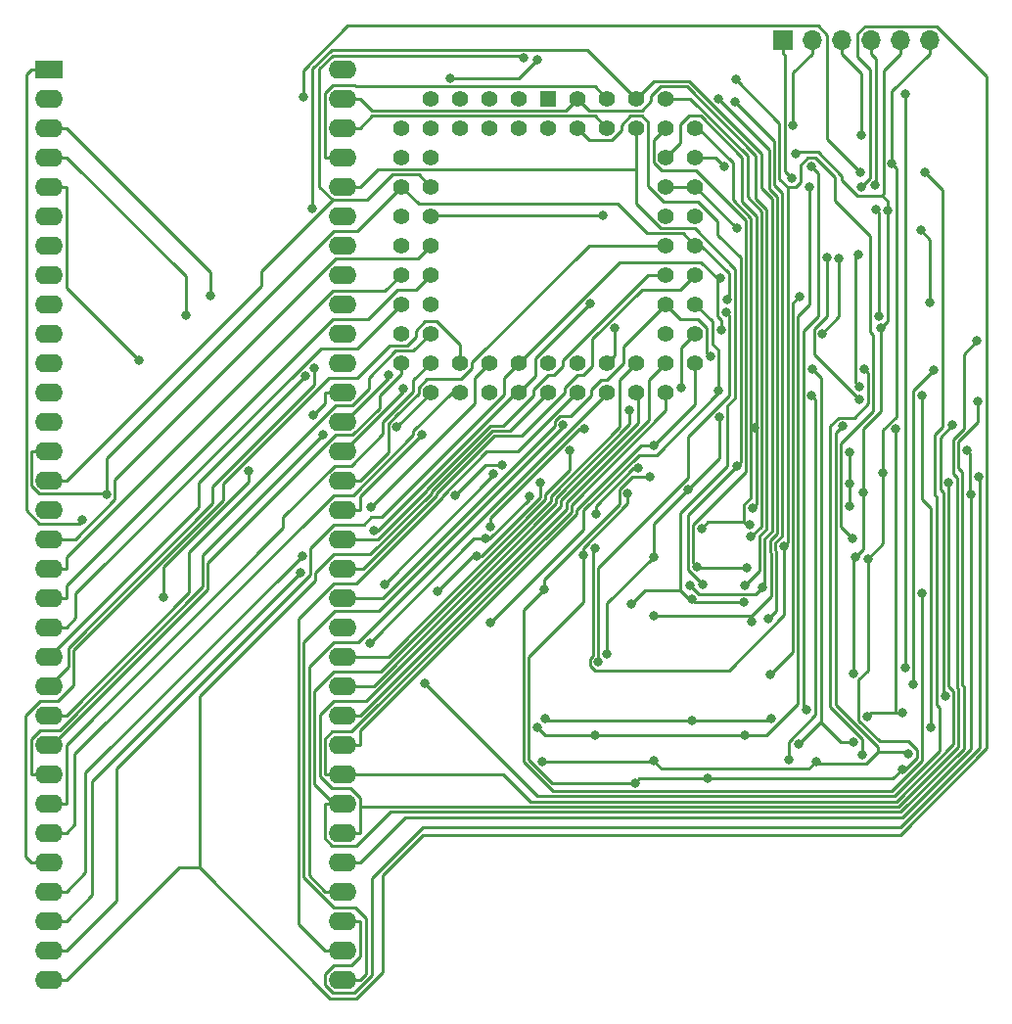
<source format=gbl>
G04 #@! TF.GenerationSoftware,KiCad,Pcbnew,(5.1.2-1)-1*
G04 #@! TF.CreationDate,2019-06-03T00:06:23+01:00*
G04 #@! TF.ProjectId,A500 FastRAM,41353030-2046-4617-9374-52414d2e6b69,rev?*
G04 #@! TF.SameCoordinates,Original*
G04 #@! TF.FileFunction,Copper,L2,Bot*
G04 #@! TF.FilePolarity,Positive*
%FSLAX46Y46*%
G04 Gerber Fmt 4.6, Leading zero omitted, Abs format (unit mm)*
G04 Created by KiCad (PCBNEW (5.1.2-1)-1) date 2019-06-03 00:06:23*
%MOMM*%
%LPD*%
G04 APERTURE LIST*
%ADD10R,2.400000X1.600000*%
%ADD11O,2.400000X1.600000*%
%ADD12C,1.422400*%
%ADD13R,1.422400X1.422400*%
%ADD14R,1.700000X1.700000*%
%ADD15O,1.700000X1.700000*%
%ADD16C,0.800000*%
%ADD17C,0.250000*%
G04 APERTURE END LIST*
D10*
X120650000Y-35560000D03*
D11*
X120650000Y-38100000D03*
X120650000Y-40640000D03*
X120650000Y-43180000D03*
X120650000Y-45720000D03*
X120650000Y-48260000D03*
X120650000Y-50800000D03*
X120650000Y-53340000D03*
X120650000Y-55880000D03*
X120650000Y-58420000D03*
X120650000Y-60960000D03*
X120650000Y-63500000D03*
X120650000Y-66040000D03*
X120650000Y-68580000D03*
X120650000Y-71120000D03*
X120650000Y-73660000D03*
X120650000Y-76200000D03*
X120650000Y-78740000D03*
X120650000Y-81280000D03*
X120650000Y-83820000D03*
X120650000Y-86360000D03*
X120650000Y-88900000D03*
X120650000Y-91440000D03*
X120650000Y-93980000D03*
X120650000Y-96520000D03*
X120650000Y-99060000D03*
X120650000Y-101600000D03*
X120650000Y-104140000D03*
X120650000Y-106680000D03*
X120650000Y-109220000D03*
X120650000Y-111760000D03*
X120650000Y-114300000D03*
X146050000Y-114300000D03*
X146050000Y-111760000D03*
X146050000Y-109220000D03*
X146050000Y-106680000D03*
X146050000Y-104140000D03*
X146050000Y-101600000D03*
X146050000Y-99060000D03*
X146050000Y-96520000D03*
X146050000Y-93980000D03*
X146050000Y-91440000D03*
X146050000Y-88900000D03*
X146050000Y-86360000D03*
X146050000Y-83820000D03*
X146050000Y-81280000D03*
X146050000Y-78740000D03*
X146050000Y-76200000D03*
X146050000Y-73660000D03*
X146050000Y-71120000D03*
X146050000Y-68580000D03*
X146050000Y-66040000D03*
X146050000Y-63500000D03*
X146050000Y-60960000D03*
X146050000Y-58420000D03*
X146050000Y-55880000D03*
X146050000Y-53340000D03*
X146050000Y-50800000D03*
X146050000Y-48260000D03*
X146050000Y-45720000D03*
X146050000Y-43180000D03*
X146050000Y-40640000D03*
X146050000Y-38100000D03*
X146050000Y-35560000D03*
D12*
X163830000Y-40640000D03*
X161290000Y-40640000D03*
X158750000Y-40640000D03*
X156210000Y-40640000D03*
X166370000Y-40640000D03*
X168910000Y-40640000D03*
X171450000Y-40640000D03*
X173990000Y-40640000D03*
D13*
X163830000Y-38100000D03*
D12*
X161290000Y-38100000D03*
X158750000Y-38100000D03*
X156210000Y-38100000D03*
X153670000Y-38100000D03*
X166370000Y-38100000D03*
X168910000Y-38100000D03*
X171450000Y-38100000D03*
X153670000Y-40640000D03*
X153670000Y-43180000D03*
X153670000Y-45720000D03*
X153670000Y-48260000D03*
X153670000Y-50800000D03*
X153670000Y-53340000D03*
X153670000Y-55880000D03*
X153670000Y-58420000D03*
X151130000Y-40640000D03*
X151130000Y-43180000D03*
X151130000Y-45720000D03*
X151130000Y-48260000D03*
X151130000Y-50800000D03*
X151130000Y-53340000D03*
X151130000Y-55880000D03*
X151130000Y-58420000D03*
X151130000Y-60960000D03*
X153670000Y-60960000D03*
X156210000Y-60960000D03*
X158750000Y-60960000D03*
X161290000Y-60960000D03*
X163830000Y-60960000D03*
X166370000Y-60960000D03*
X168910000Y-60960000D03*
X171450000Y-60960000D03*
X176530000Y-60960000D03*
X153670000Y-63500000D03*
X156210000Y-63500000D03*
X158750000Y-63500000D03*
X161290000Y-63500000D03*
X163830000Y-63500000D03*
X166370000Y-63500000D03*
X168910000Y-63500000D03*
X171450000Y-63500000D03*
X173990000Y-63500000D03*
X173990000Y-60960000D03*
X173990000Y-58420000D03*
X173990000Y-55880000D03*
X173990000Y-53340000D03*
X173990000Y-50800000D03*
X173990000Y-48260000D03*
X173990000Y-45720000D03*
X173990000Y-43180000D03*
X173990000Y-38100000D03*
X176530000Y-58420000D03*
X176530000Y-55880000D03*
X176530000Y-53340000D03*
X176530000Y-50800000D03*
X176530000Y-48260000D03*
X176530000Y-45720000D03*
X176530000Y-43180000D03*
X176530000Y-40640000D03*
D14*
X184150000Y-33020000D03*
D15*
X186690000Y-33020000D03*
X189230000Y-33020000D03*
X191770000Y-33020000D03*
X194310000Y-33020000D03*
X196850000Y-33020000D03*
D16*
X190228800Y-87785600D03*
X190395400Y-77763000D03*
X185279600Y-42850000D03*
X178638600Y-65674400D03*
X175941600Y-71919300D03*
X168932400Y-86166900D03*
X172983500Y-77712100D03*
X191124100Y-72146500D03*
X168582000Y-48230500D03*
X193211700Y-47743500D03*
X192645800Y-57918400D03*
X163145500Y-71293000D03*
X154261400Y-80725700D03*
X180152900Y-49342400D03*
X143507300Y-65509500D03*
X157609000Y-77640900D03*
X170712500Y-72214700D03*
X194450700Y-96099300D03*
X177605100Y-96909700D03*
X171380600Y-97268800D03*
X166855100Y-77623000D03*
X192807900Y-70472200D03*
X193571700Y-43740600D03*
X191489500Y-77893700D03*
X192107400Y-45615600D03*
X190942600Y-41250000D03*
X184886700Y-44968600D03*
X185020700Y-40450000D03*
X123544200Y-74571400D03*
X190743600Y-63002900D03*
X190687100Y-51594300D03*
X165122900Y-66321500D03*
X190159300Y-76157000D03*
X180092500Y-36459100D03*
X167913200Y-76965300D03*
X184236500Y-76828100D03*
X187554300Y-58411000D03*
X189012000Y-51942500D03*
X134648400Y-55141200D03*
X201055400Y-70783700D03*
X167934400Y-74026200D03*
X171655800Y-70068300D03*
X159817500Y-69816200D03*
X155760200Y-72440500D03*
X132481600Y-56827900D03*
X189925400Y-73355400D03*
X189925400Y-71415200D03*
X189885400Y-68662100D03*
X162220200Y-72468600D03*
X148404500Y-85184300D03*
X130554700Y-81188900D03*
X137939500Y-70270400D03*
X128413300Y-60744200D03*
X158382500Y-76182000D03*
X200058600Y-68508500D03*
X200396300Y-72342500D03*
X169592700Y-57977800D03*
X200929700Y-59055000D03*
X200995900Y-64320000D03*
X198480900Y-71296900D03*
X172976100Y-68121700D03*
X170896500Y-65065900D03*
X175337000Y-63110600D03*
X190772500Y-64136100D03*
X187965200Y-51824600D03*
X165661400Y-68558700D03*
X158822200Y-83454900D03*
X178589700Y-63330300D03*
X177847900Y-60378900D03*
X161748300Y-34591100D03*
X151311000Y-63194000D03*
X149997500Y-62010100D03*
X179070000Y-43973700D03*
X181483100Y-73545900D03*
X177120100Y-75262200D03*
X181240300Y-74996600D03*
X158837800Y-75087400D03*
X166933600Y-66627000D03*
X181664100Y-66577000D03*
X181383300Y-75997000D03*
X180986300Y-78645200D03*
X176699000Y-78581000D03*
X143399400Y-47581600D03*
X176074300Y-80181900D03*
X182380500Y-80350300D03*
X180752200Y-81685100D03*
X171057400Y-81804500D03*
X176257600Y-81391000D03*
X142545700Y-77640500D03*
X148504400Y-73398100D03*
X182876200Y-83105500D03*
X180001300Y-38384500D03*
X167486000Y-55839700D03*
X142400200Y-79129400D03*
X148740700Y-75504600D03*
X172947000Y-82820000D03*
X178566300Y-38118900D03*
X181425500Y-83335700D03*
X178798600Y-58139500D03*
X178746700Y-53588100D03*
X180835100Y-80232000D03*
X190883100Y-45758200D03*
X196201300Y-80923000D03*
X163504100Y-80547400D03*
X172661600Y-70811100D03*
X177172000Y-80113400D03*
X149656800Y-80092000D03*
X159123400Y-70577100D03*
X180132200Y-69883200D03*
X192439100Y-56918000D03*
X192211300Y-47702700D03*
X155334400Y-36335000D03*
X162901800Y-34740000D03*
X142619100Y-37956700D03*
X190819400Y-44486900D03*
X194692100Y-87336200D03*
X194692100Y-37674700D03*
X153119200Y-88698100D03*
X196384000Y-44450000D03*
X168179700Y-86829000D03*
X179197000Y-56620700D03*
X185567300Y-55194300D03*
X183066600Y-87900000D03*
X125621300Y-72364100D03*
X152886400Y-67166900D03*
X179294300Y-55489200D03*
X196052800Y-49508600D03*
X196878800Y-55721900D03*
X187018900Y-95411400D03*
X194997200Y-94798800D03*
X189307900Y-66414000D03*
X163332900Y-95411800D03*
X172994400Y-95401900D03*
X186687700Y-61506600D03*
X185532800Y-93885700D03*
X190271800Y-93772000D03*
X190984900Y-94885000D03*
X191136700Y-61463300D03*
X184626000Y-95312400D03*
X186629700Y-63799800D03*
X191438300Y-91576600D03*
X194508100Y-91241900D03*
X176235000Y-91866400D03*
X163586300Y-91709400D03*
X193908100Y-66695500D03*
X183106900Y-91705400D03*
X195417600Y-88782100D03*
X197220900Y-61595000D03*
X196926700Y-92487200D03*
X196154800Y-63781400D03*
X198163100Y-89805000D03*
X198823800Y-66343200D03*
X186211200Y-90980100D03*
X186602000Y-43968200D03*
X186466200Y-45722400D03*
X180832600Y-93134200D03*
X162882500Y-92482200D03*
X167930200Y-93134200D03*
X142813900Y-62100900D03*
X143569800Y-61420300D03*
X144343900Y-67165300D03*
X150725100Y-66524000D03*
D17*
X191124100Y-72146500D02*
X191124100Y-66647500D01*
X191124100Y-66647500D02*
X192645800Y-65125800D01*
X192645800Y-65125800D02*
X192645800Y-57918400D01*
X190395400Y-77763000D02*
X191124100Y-77034300D01*
X191124100Y-77034300D02*
X191124100Y-72146500D01*
X192729300Y-46493400D02*
X190592400Y-46493400D01*
X190592400Y-46493400D02*
X189216000Y-45117000D01*
X189216000Y-45117000D02*
X189216000Y-44798600D01*
X189216000Y-44798600D02*
X187154700Y-42737300D01*
X187154700Y-42737300D02*
X185392300Y-42737300D01*
X185392300Y-42737300D02*
X185279600Y-42850000D01*
X190395400Y-77763000D02*
X190228800Y-77929600D01*
X190228800Y-77929600D02*
X190228800Y-87785600D01*
X157609000Y-77640900D02*
X158073800Y-77640900D01*
X158073800Y-77640900D02*
X163145500Y-72569200D01*
X163145500Y-72569200D02*
X163145500Y-71293000D01*
X194310000Y-34195300D02*
X192845800Y-35659500D01*
X192845800Y-35659500D02*
X192845800Y-46376900D01*
X192845800Y-46376900D02*
X192729300Y-46493400D01*
X193211700Y-47743500D02*
X193211700Y-46975800D01*
X193211700Y-46975800D02*
X192729300Y-46493400D01*
X175941600Y-71919300D02*
X178638600Y-69222300D01*
X178638600Y-69222300D02*
X178638600Y-65674400D01*
X172983500Y-77712100D02*
X172983500Y-74877400D01*
X172983500Y-74877400D02*
X175941600Y-71919300D01*
X168932400Y-86166900D02*
X168932400Y-81763200D01*
X168932400Y-81763200D02*
X172983500Y-77712100D01*
X176530000Y-45720000D02*
X180152400Y-49342400D01*
X180152400Y-49342400D02*
X180152900Y-49342400D01*
X192645800Y-57918400D02*
X193211700Y-57352500D01*
X193211700Y-57352500D02*
X193211700Y-47743500D01*
X168582000Y-48230500D02*
X153699500Y-48230500D01*
X153699500Y-48230500D02*
X153670000Y-48260000D01*
X194310000Y-33020000D02*
X194310000Y-34195300D01*
X157609000Y-77640900D02*
X157346200Y-77640900D01*
X157346200Y-77640900D02*
X154261400Y-80725700D01*
X146050000Y-63500000D02*
X144524700Y-63500000D01*
X173990000Y-45720000D02*
X176530000Y-45720000D01*
X144524700Y-63500000D02*
X144524700Y-64492100D01*
X144524700Y-64492100D02*
X143507300Y-65509500D01*
X194450700Y-96099300D02*
X194722500Y-96099300D01*
X194722500Y-96099300D02*
X195722500Y-95099300D01*
X195722500Y-95099300D02*
X195722500Y-94439000D01*
X195722500Y-94439000D02*
X194989500Y-93706000D01*
X194989500Y-93706000D02*
X192509700Y-93706000D01*
X192509700Y-93706000D02*
X190706200Y-91902500D01*
X190706200Y-91902500D02*
X190706200Y-88334000D01*
X190706200Y-88334000D02*
X191489500Y-87550700D01*
X191489500Y-87550700D02*
X191489500Y-77893700D01*
X192807900Y-70472200D02*
X192807900Y-66769700D01*
X192807900Y-66769700D02*
X193937100Y-65640500D01*
X193937100Y-65640500D02*
X193937100Y-44106000D01*
X193937100Y-44106000D02*
X193571700Y-43740600D01*
X166855100Y-77623000D02*
X166855100Y-76983700D01*
X166855100Y-76983700D02*
X170712500Y-73126300D01*
X170712500Y-73126300D02*
X170712500Y-72214700D01*
X171380600Y-97268800D02*
X164141500Y-97268800D01*
X164141500Y-97268800D02*
X162157200Y-95284500D01*
X162157200Y-95284500D02*
X162157200Y-86349000D01*
X162157200Y-86349000D02*
X166855100Y-81651100D01*
X166855100Y-81651100D02*
X166855100Y-77623000D01*
X194450700Y-96099300D02*
X193640300Y-96909700D01*
X193640300Y-96909700D02*
X177605100Y-96909700D01*
X192807900Y-70472200D02*
X192807900Y-76575300D01*
X192807900Y-76575300D02*
X191489500Y-77893700D01*
X177605100Y-96909700D02*
X171739700Y-96909700D01*
X171739700Y-96909700D02*
X171380600Y-97268800D01*
X193571700Y-43740600D02*
X193571700Y-37473600D01*
X193571700Y-37473600D02*
X196850000Y-34195300D01*
X196850000Y-33020000D02*
X196850000Y-34195300D01*
X192107400Y-45615600D02*
X192191400Y-45531600D01*
X192191400Y-45531600D02*
X192191400Y-34616700D01*
X192191400Y-34616700D02*
X191770000Y-34195300D01*
X191770000Y-33020000D02*
X191770000Y-34195300D01*
X189230000Y-34195300D02*
X190942600Y-35907900D01*
X190942600Y-35907900D02*
X190942600Y-41250000D01*
X189230000Y-33020000D02*
X189230000Y-34195300D01*
X184150000Y-34195300D02*
X184295300Y-34340600D01*
X184295300Y-34340600D02*
X184295300Y-44377200D01*
X184295300Y-44377200D02*
X184886700Y-44968600D01*
X184150000Y-33020000D02*
X184150000Y-34195300D01*
X186690000Y-34195300D02*
X185020700Y-35864600D01*
X185020700Y-35864600D02*
X185020700Y-40450000D01*
X186690000Y-33020000D02*
X186690000Y-34195300D01*
X120650000Y-35560000D02*
X119124700Y-35560000D01*
X119124700Y-35560000D02*
X118670300Y-36014400D01*
X118670300Y-36014400D02*
X118670300Y-73725800D01*
X118670300Y-73725800D02*
X119785900Y-74841400D01*
X119785900Y-74841400D02*
X123274200Y-74841400D01*
X123274200Y-74841400D02*
X123544200Y-74571400D01*
X165122900Y-66321500D02*
X165122900Y-66462000D01*
X165122900Y-66462000D02*
X149166900Y-82418000D01*
X149166900Y-82418000D02*
X145402700Y-82418000D01*
X145402700Y-82418000D02*
X142680300Y-85140400D01*
X142680300Y-85140400D02*
X142680300Y-105472500D01*
X142680300Y-105472500D02*
X145302400Y-108094600D01*
X145302400Y-108094600D02*
X147160700Y-108094600D01*
X147160700Y-108094600D02*
X148080800Y-109014700D01*
X148080800Y-109014700D02*
X148080800Y-113794500D01*
X148080800Y-113794500D02*
X147575300Y-114300000D01*
X190687100Y-51594300D02*
X190411400Y-51870000D01*
X190411400Y-51870000D02*
X190411400Y-62670700D01*
X190411400Y-62670700D02*
X190743600Y-63002900D01*
X146050000Y-114300000D02*
X147575300Y-114300000D01*
X184541100Y-45741200D02*
X184541100Y-76523500D01*
X184541100Y-76523500D02*
X184236500Y-76828100D01*
X180092500Y-36459100D02*
X183845000Y-40211600D01*
X183845000Y-40211600D02*
X183845000Y-45045100D01*
X183845000Y-45045100D02*
X184541100Y-45741200D01*
X184541100Y-45741200D02*
X185209700Y-45741200D01*
X185209700Y-45741200D02*
X185667500Y-45283400D01*
X185667500Y-45283400D02*
X185667500Y-43867300D01*
X185667500Y-43867300D02*
X186303300Y-43231500D01*
X186303300Y-43231500D02*
X186932600Y-43231500D01*
X186932600Y-43231500D02*
X188606400Y-44905300D01*
X188606400Y-44905300D02*
X188606400Y-46949700D01*
X188606400Y-46949700D02*
X191655400Y-49998700D01*
X191655400Y-49998700D02*
X191655400Y-58237000D01*
X191655400Y-58237000D02*
X191959800Y-58541400D01*
X191959800Y-58541400D02*
X191959800Y-65100300D01*
X191959800Y-65100300D02*
X189150600Y-67909500D01*
X189150600Y-67909500D02*
X189150600Y-75148300D01*
X189150600Y-75148300D02*
X190159300Y-76157000D01*
X184236500Y-76828100D02*
X184236500Y-82785200D01*
X184236500Y-82785200D02*
X179467400Y-87554300D01*
X179467400Y-87554300D02*
X167879300Y-87554300D01*
X167879300Y-87554300D02*
X167454400Y-87129400D01*
X167454400Y-87129400D02*
X167454400Y-86528600D01*
X167454400Y-86528600D02*
X167683800Y-86299200D01*
X167683800Y-86299200D02*
X167683800Y-77194700D01*
X167683800Y-77194700D02*
X167913200Y-76965300D01*
X189012000Y-51942500D02*
X189012000Y-56953300D01*
X189012000Y-56953300D02*
X187554300Y-58411000D01*
X166370000Y-63500000D02*
X166281800Y-63500000D01*
X166281800Y-63500000D02*
X161181500Y-68600300D01*
X161181500Y-68600300D02*
X158516300Y-68600300D01*
X158516300Y-68600300D02*
X154647600Y-72469000D01*
X154647600Y-72469000D02*
X154647600Y-72587400D01*
X154647600Y-72587400D02*
X147225000Y-80010000D01*
X147225000Y-80010000D02*
X145295900Y-80010000D01*
X145295900Y-80010000D02*
X142229900Y-83076000D01*
X142229900Y-83076000D02*
X142229900Y-109465200D01*
X142229900Y-109465200D02*
X144524700Y-111760000D01*
X146050000Y-111760000D02*
X144524700Y-111760000D01*
X122175300Y-40640000D02*
X134648400Y-53113100D01*
X134648400Y-53113100D02*
X134648400Y-55141200D01*
X120650000Y-40640000D02*
X122175300Y-40640000D01*
X146050000Y-109220000D02*
X147575300Y-109220000D01*
X201055400Y-70783700D02*
X201133000Y-70861300D01*
X201133000Y-70861300D02*
X201133000Y-94300100D01*
X201133000Y-94300100D02*
X194282400Y-101150700D01*
X194282400Y-101150700D02*
X153004600Y-101150700D01*
X153004600Y-101150700D02*
X148623500Y-105531800D01*
X148623500Y-105531800D02*
X148623500Y-113888700D01*
X148623500Y-113888700D02*
X147071000Y-115441200D01*
X147071000Y-115441200D02*
X145195200Y-115441200D01*
X145195200Y-115441200D02*
X144497200Y-114743200D01*
X144497200Y-114743200D02*
X144497200Y-113788400D01*
X144497200Y-113788400D02*
X145255600Y-113030000D01*
X145255600Y-113030000D02*
X146809000Y-113030000D01*
X146809000Y-113030000D02*
X147575300Y-112263700D01*
X147575300Y-112263700D02*
X147575300Y-109220000D01*
X189925400Y-71415200D02*
X189925400Y-73355400D01*
X167934400Y-74026200D02*
X167934400Y-73330200D01*
X167934400Y-73330200D02*
X171196300Y-70068300D01*
X171196300Y-70068300D02*
X171655800Y-70068300D01*
X155760200Y-72440500D02*
X158384500Y-69816200D01*
X158384500Y-69816200D02*
X159817500Y-69816200D01*
X189925400Y-71415200D02*
X189885400Y-71375200D01*
X189885400Y-71375200D02*
X189885400Y-68662100D01*
X120650000Y-43180000D02*
X122175300Y-43180000D01*
X122175300Y-43180000D02*
X132481600Y-53486300D01*
X132481600Y-53486300D02*
X132481600Y-56827900D01*
X146050000Y-106680000D02*
X144524700Y-106680000D01*
X168910000Y-63500000D02*
X168910000Y-63624600D01*
X168910000Y-63624600D02*
X147444600Y-85090000D01*
X147444600Y-85090000D02*
X145295900Y-85090000D01*
X145295900Y-85090000D02*
X143130700Y-87255200D01*
X143130700Y-87255200D02*
X143130700Y-105286000D01*
X143130700Y-105286000D02*
X144524700Y-106680000D01*
X130554700Y-81188900D02*
X130554700Y-78625100D01*
X130554700Y-78625100D02*
X137939500Y-71240300D01*
X137939500Y-71240300D02*
X137939500Y-70270400D01*
X158382500Y-76182000D02*
X158774700Y-76182000D01*
X158774700Y-76182000D02*
X162220200Y-72736500D01*
X162220200Y-72736500D02*
X162220200Y-72468600D01*
X148404500Y-85184300D02*
X157406800Y-76182000D01*
X157406800Y-76182000D02*
X158382500Y-76182000D01*
X120650000Y-45720000D02*
X122175300Y-45720000D01*
X122175300Y-45720000D02*
X122175300Y-54506200D01*
X122175300Y-54506200D02*
X128413300Y-60744200D01*
X200396300Y-72342500D02*
X200396300Y-94371500D01*
X200396300Y-94371500D02*
X194517800Y-100250000D01*
X194517800Y-100250000D02*
X151465300Y-100250000D01*
X151465300Y-100250000D02*
X147575300Y-104140000D01*
X200058600Y-68508500D02*
X200330100Y-68780000D01*
X200330100Y-68780000D02*
X200330100Y-72276300D01*
X200330100Y-72276300D02*
X200396300Y-72342500D01*
X168910000Y-60960000D02*
X169592700Y-60277300D01*
X169592700Y-60277300D02*
X169592700Y-57977800D01*
X146050000Y-104140000D02*
X147575300Y-104140000D01*
X171450000Y-63500000D02*
X171630100Y-63680100D01*
X171630100Y-63680100D02*
X171630100Y-66176000D01*
X171630100Y-66176000D02*
X164946700Y-72859400D01*
X164946700Y-72859400D02*
X164946700Y-73335400D01*
X164946700Y-73335400D02*
X148112100Y-90170000D01*
X148112100Y-90170000D02*
X145273800Y-90170000D01*
X145273800Y-90170000D02*
X144059100Y-91384700D01*
X144059100Y-91384700D02*
X144059100Y-96698300D01*
X144059100Y-96698300D02*
X145076900Y-97716100D01*
X145076900Y-97716100D02*
X146748100Y-97716100D01*
X146748100Y-97716100D02*
X147575300Y-98543300D01*
X147575300Y-98543300D02*
X147575300Y-99349400D01*
X147575300Y-99349400D02*
X194144600Y-99349400D01*
X194144600Y-99349400D02*
X199338700Y-94155300D01*
X199338700Y-94155300D02*
X199338700Y-89150100D01*
X199338700Y-89150100D02*
X199206300Y-89017700D01*
X199206300Y-89017700D02*
X199206300Y-70934400D01*
X199206300Y-70934400D02*
X198838600Y-70566700D01*
X198838600Y-70566700D02*
X198838600Y-67588800D01*
X198838600Y-67588800D02*
X199778600Y-66648800D01*
X199778600Y-66648800D02*
X199778600Y-60206100D01*
X199778600Y-60206100D02*
X200929700Y-59055000D01*
X147575300Y-101600000D02*
X147575300Y-99349400D01*
X146050000Y-101600000D02*
X147575300Y-101600000D01*
X171450000Y-60960000D02*
X170020700Y-62389300D01*
X170020700Y-62389300D02*
X170020700Y-66511600D01*
X170020700Y-66511600D02*
X164046100Y-72486200D01*
X164046100Y-72486200D02*
X164046100Y-72942400D01*
X164046100Y-72942400D02*
X149358500Y-87630000D01*
X149358500Y-87630000D02*
X145300200Y-87630000D01*
X145300200Y-87630000D02*
X143581100Y-89349100D01*
X143581100Y-89349100D02*
X143581100Y-97353700D01*
X143581100Y-97353700D02*
X145287400Y-99060000D01*
X144524700Y-99060000D02*
X144524700Y-102092600D01*
X144524700Y-102092600D02*
X145157500Y-102725400D01*
X145157500Y-102725400D02*
X147231100Y-102725400D01*
X147231100Y-102725400D02*
X150156800Y-99799700D01*
X150156800Y-99799700D02*
X194331200Y-99799700D01*
X194331200Y-99799700D02*
X199789000Y-94341900D01*
X199789000Y-94341900D02*
X199789000Y-88963500D01*
X199789000Y-88963500D02*
X199656600Y-88831100D01*
X199656600Y-88831100D02*
X199656600Y-70382600D01*
X199656600Y-70382600D02*
X199288900Y-70014900D01*
X199288900Y-70014900D02*
X199288900Y-67775400D01*
X199288900Y-67775400D02*
X200995900Y-66068400D01*
X200995900Y-66068400D02*
X200995900Y-64320000D01*
X145287400Y-99060000D02*
X144524700Y-99060000D01*
X146050000Y-99060000D02*
X145287400Y-99060000D01*
X173990000Y-63500000D02*
X173990000Y-65089900D01*
X173990000Y-65089900D02*
X165847300Y-73232600D01*
X165847300Y-73232600D02*
X165847300Y-73819700D01*
X165847300Y-73819700D02*
X146812400Y-92854600D01*
X146812400Y-92854600D02*
X145143800Y-92854600D01*
X145143800Y-92854600D02*
X144524700Y-93473700D01*
X144524700Y-93473700D02*
X144524700Y-96520000D01*
X146050000Y-96520000D02*
X159938800Y-96520000D01*
X159938800Y-96520000D02*
X162317900Y-98899100D01*
X162317900Y-98899100D02*
X193950500Y-98899100D01*
X193950500Y-98899100D02*
X198888400Y-93961200D01*
X198888400Y-93961200D02*
X198888400Y-89336700D01*
X198888400Y-89336700D02*
X198480900Y-88929200D01*
X198480900Y-88929200D02*
X198480900Y-71296900D01*
X146050000Y-96520000D02*
X144524700Y-96520000D01*
X172976100Y-68121700D02*
X171869100Y-68121700D01*
X171869100Y-68121700D02*
X166297600Y-73693200D01*
X166297600Y-73693200D02*
X166297600Y-74056100D01*
X166297600Y-74056100D02*
X147575300Y-92778400D01*
X147575300Y-92778400D02*
X147575300Y-93980000D01*
X146050000Y-93980000D02*
X147575300Y-93980000D01*
X176530000Y-60960000D02*
X176530000Y-64567800D01*
X176530000Y-64567800D02*
X172976100Y-68121700D01*
X173990000Y-60960000D02*
X172546500Y-62403500D01*
X172546500Y-62403500D02*
X172546500Y-65896500D01*
X172546500Y-65896500D02*
X165397000Y-73046000D01*
X165397000Y-73046000D02*
X165397000Y-73618300D01*
X165397000Y-73618300D02*
X147575300Y-91440000D01*
X146050000Y-91440000D02*
X147575300Y-91440000D01*
X170896500Y-65065900D02*
X170896500Y-66272700D01*
X170896500Y-66272700D02*
X164496400Y-72672800D01*
X164496400Y-72672800D02*
X164496400Y-73129000D01*
X164496400Y-73129000D02*
X148725400Y-88900000D01*
X148725400Y-88900000D02*
X146050000Y-88900000D01*
X176530000Y-58420000D02*
X175337000Y-59613000D01*
X175337000Y-59613000D02*
X175337000Y-63110600D01*
X165661400Y-68558700D02*
X165661400Y-70234000D01*
X165661400Y-70234000D02*
X163595800Y-72299600D01*
X163595800Y-72299600D02*
X163595800Y-72755800D01*
X163595800Y-72755800D02*
X149991600Y-86360000D01*
X149991600Y-86360000D02*
X146050000Y-86360000D01*
X190772500Y-64136100D02*
X186826800Y-60190400D01*
X186826800Y-60190400D02*
X186826800Y-58044700D01*
X186826800Y-58044700D02*
X187965200Y-56906300D01*
X187965200Y-56906300D02*
X187965200Y-51824600D01*
X178589700Y-63330300D02*
X178589700Y-63544800D01*
X178589700Y-63544800D02*
X173195300Y-68939200D01*
X173195300Y-68939200D02*
X171688500Y-68939200D01*
X171688500Y-68939200D02*
X166907200Y-73720500D01*
X166907200Y-73720500D02*
X166907200Y-75369900D01*
X166907200Y-75369900D02*
X158822200Y-83454900D01*
X176530000Y-55880000D02*
X178021500Y-57371500D01*
X178021500Y-57371500D02*
X178021500Y-59308800D01*
X178021500Y-59308800D02*
X178589700Y-59877000D01*
X178589700Y-59877000D02*
X178589700Y-63330300D01*
X173990000Y-55880000D02*
X170339400Y-59530600D01*
X170339400Y-59530600D02*
X170339400Y-61021900D01*
X170339400Y-61021900D02*
X168897900Y-62463400D01*
X168897900Y-62463400D02*
X168426100Y-62463400D01*
X168426100Y-62463400D02*
X167578200Y-63311300D01*
X167578200Y-63311300D02*
X167578200Y-63758500D01*
X167578200Y-63758500D02*
X165740500Y-65596200D01*
X165740500Y-65596200D02*
X164822500Y-65596200D01*
X164822500Y-65596200D02*
X164397600Y-66021100D01*
X164397600Y-66021100D02*
X164397600Y-66439700D01*
X164397600Y-66439700D02*
X149557300Y-81280000D01*
X149557300Y-81280000D02*
X147575300Y-81280000D01*
X173990000Y-55880000D02*
X175260000Y-57150000D01*
X175260000Y-57150000D02*
X176799500Y-57150000D01*
X176799500Y-57150000D02*
X177571100Y-57921600D01*
X177571100Y-57921600D02*
X177571100Y-60102100D01*
X177571100Y-60102100D02*
X177847900Y-60378900D01*
X146050000Y-81280000D02*
X147575300Y-81280000D01*
X145183400Y-46860500D02*
X144056000Y-45733100D01*
X144056000Y-45733100D02*
X144056000Y-35542500D01*
X144056000Y-35542500D02*
X145176800Y-34421700D01*
X145176800Y-34421700D02*
X161578900Y-34421700D01*
X161578900Y-34421700D02*
X161748300Y-34591100D01*
X145183400Y-46860500D02*
X148180800Y-46860500D01*
X148180800Y-46860500D02*
X150357900Y-44683400D01*
X150357900Y-44683400D02*
X152633400Y-44683400D01*
X152633400Y-44683400D02*
X153670000Y-45720000D01*
X122175300Y-71120000D02*
X139001800Y-54293500D01*
X139001800Y-54293500D02*
X139001900Y-54293500D01*
X139001900Y-54293500D02*
X139001900Y-53042000D01*
X139001900Y-53042000D02*
X145183400Y-46860500D01*
X120650000Y-71120000D02*
X122175300Y-71120000D01*
X176530000Y-53340000D02*
X175260000Y-54610000D01*
X175260000Y-54610000D02*
X171934800Y-54610000D01*
X171934800Y-54610000D02*
X167640000Y-58904800D01*
X167640000Y-58904800D02*
X167640000Y-61218100D01*
X167640000Y-61218100D02*
X166861500Y-61996600D01*
X166861500Y-61996600D02*
X166394300Y-61996600D01*
X166394300Y-61996600D02*
X165259200Y-63131700D01*
X165259200Y-63131700D02*
X165259200Y-63547100D01*
X165259200Y-63547100D02*
X161535200Y-67271100D01*
X161535200Y-67271100D02*
X159208600Y-67271100D01*
X159208600Y-67271100D02*
X154197300Y-72282400D01*
X154197300Y-72282400D02*
X154197300Y-72400800D01*
X154197300Y-72400800D02*
X147858100Y-78740000D01*
X147858100Y-78740000D02*
X147575300Y-78740000D01*
X146050000Y-78740000D02*
X147575300Y-78740000D01*
X173990000Y-53340000D02*
X172492800Y-53340000D01*
X172492800Y-53340000D02*
X165100000Y-60732800D01*
X165100000Y-60732800D02*
X165100000Y-61206800D01*
X165100000Y-61206800D02*
X164310200Y-61996600D01*
X164310200Y-61996600D02*
X163854300Y-61996600D01*
X163854300Y-61996600D02*
X162560000Y-63290900D01*
X162560000Y-63290900D02*
X162560000Y-63781900D01*
X162560000Y-63781900D02*
X159971400Y-66370500D01*
X159971400Y-66370500D02*
X158835400Y-66370500D01*
X158835400Y-66370500D02*
X153296700Y-71909200D01*
X153296700Y-71909200D02*
X153296700Y-72027600D01*
X153296700Y-72027600D02*
X149081900Y-76242400D01*
X149081900Y-76242400D02*
X147617700Y-76242400D01*
X147617700Y-76242400D02*
X147575300Y-76200000D01*
X146050000Y-76200000D02*
X147575300Y-76200000D01*
X173990000Y-50800000D02*
X167389800Y-50800000D01*
X167389800Y-50800000D02*
X157246600Y-60943200D01*
X157246600Y-60943200D02*
X157246600Y-61443900D01*
X157246600Y-61443900D02*
X156308500Y-62382000D01*
X156308500Y-62382000D02*
X153298800Y-62382000D01*
X153298800Y-62382000D02*
X152613600Y-63067200D01*
X152613600Y-63067200D02*
X152613600Y-63609900D01*
X152613600Y-63609900D02*
X150743300Y-65480200D01*
X150743300Y-65480200D02*
X150743200Y-65480200D01*
X150743200Y-65480200D02*
X149999800Y-66223600D01*
X149999800Y-66223600D02*
X149999800Y-68695500D01*
X149999800Y-68695500D02*
X147575300Y-71120000D01*
X146050000Y-71120000D02*
X147575300Y-71120000D01*
X151311000Y-63194000D02*
X151311000Y-63424300D01*
X151311000Y-63424300D02*
X146155300Y-68580000D01*
X146155300Y-68580000D02*
X146050000Y-68580000D01*
X146050000Y-66040000D02*
X146175700Y-66040000D01*
X146175700Y-66040000D02*
X149997500Y-62218200D01*
X149997500Y-62218200D02*
X149997500Y-62010100D01*
X179070000Y-43973700D02*
X178276300Y-43180000D01*
X178276300Y-43180000D02*
X176530000Y-43180000D01*
X173990000Y-43180000D02*
X175260000Y-41910000D01*
X175260000Y-41910000D02*
X175260000Y-40346800D01*
X175260000Y-40346800D02*
X176003500Y-39603300D01*
X176003500Y-39603300D02*
X177004500Y-39603300D01*
X177004500Y-39603300D02*
X180572400Y-43171200D01*
X180572400Y-43171200D02*
X180572400Y-47001000D01*
X180572400Y-47001000D02*
X181839300Y-48267900D01*
X181839300Y-48267900D02*
X181839300Y-73189700D01*
X181839300Y-73189700D02*
X181483100Y-73545900D01*
X180757800Y-74724400D02*
X177657900Y-74724400D01*
X177657900Y-74724400D02*
X177120100Y-75262200D01*
X181240300Y-74996600D02*
X181030000Y-74996600D01*
X181030000Y-74996600D02*
X180757800Y-74724400D01*
X181389000Y-66577000D02*
X181389000Y-72614300D01*
X181389000Y-72614300D02*
X180757800Y-73245500D01*
X180757800Y-73245500D02*
X180757800Y-74724400D01*
X176530000Y-40640000D02*
X176762100Y-40640000D01*
X176762100Y-40640000D02*
X179795300Y-43673200D01*
X179795300Y-43673200D02*
X179795300Y-46860800D01*
X179795300Y-46860800D02*
X181389000Y-48454500D01*
X181389000Y-48454500D02*
X181389000Y-66577000D01*
X181389000Y-66577000D02*
X181664100Y-66577000D01*
X158837800Y-75087400D02*
X158837800Y-74333800D01*
X158837800Y-74333800D02*
X166544600Y-66627000D01*
X166544600Y-66627000D02*
X166933600Y-66627000D01*
X173990000Y-38100000D02*
X176138100Y-38100000D01*
X176138100Y-38100000D02*
X181077200Y-43039100D01*
X181077200Y-43039100D02*
X181077200Y-46635100D01*
X181077200Y-46635100D02*
X182289600Y-47847500D01*
X182289600Y-47847500D02*
X182289600Y-75090700D01*
X182289600Y-75090700D02*
X181383300Y-75997000D01*
X173990000Y-40640000D02*
X172951400Y-41678600D01*
X172951400Y-41678600D02*
X172951400Y-43620300D01*
X172951400Y-43620300D02*
X173621800Y-44290700D01*
X173621800Y-44290700D02*
X176588300Y-44290700D01*
X176588300Y-44290700D02*
X180938700Y-48641100D01*
X180938700Y-48641100D02*
X180938700Y-70417900D01*
X180938700Y-70417900D02*
X176394800Y-74961800D01*
X176394800Y-74961800D02*
X176394800Y-78276800D01*
X176394800Y-78276800D02*
X176699000Y-78581000D01*
X180986300Y-78645200D02*
X176763200Y-78645200D01*
X176763200Y-78645200D02*
X176699000Y-78581000D01*
X171450000Y-38100000D02*
X172945800Y-36604200D01*
X172945800Y-36604200D02*
X176004000Y-36604200D01*
X176004000Y-36604200D02*
X182269000Y-42869200D01*
X182269000Y-42869200D02*
X182269000Y-45868000D01*
X182269000Y-45868000D02*
X183190200Y-46789200D01*
X183190200Y-46789200D02*
X183190200Y-75523300D01*
X183190200Y-75523300D02*
X182559000Y-76154500D01*
X182559000Y-76154500D02*
X182559000Y-80171800D01*
X182559000Y-80171800D02*
X182380500Y-80350300D01*
X171450000Y-38100000D02*
X167215800Y-33865800D01*
X167215800Y-33865800D02*
X145075900Y-33865800D01*
X145075900Y-33865800D02*
X143399400Y-35542300D01*
X143399400Y-35542300D02*
X143399400Y-47581600D01*
X182380500Y-80350300D02*
X181771000Y-80959800D01*
X181771000Y-80959800D02*
X176852200Y-80959800D01*
X176852200Y-80959800D02*
X176074300Y-80181900D01*
X176257600Y-81391000D02*
X176551700Y-81685100D01*
X176551700Y-81685100D02*
X180752200Y-81685100D01*
X176257600Y-81391000D02*
X176010400Y-81391000D01*
X176010400Y-81391000D02*
X175234200Y-80614800D01*
X175234200Y-80614800D02*
X175234200Y-73977100D01*
X175234200Y-73977100D02*
X179363900Y-69847400D01*
X179363900Y-69847400D02*
X179363900Y-64670500D01*
X179363900Y-64670500D02*
X180035200Y-63999200D01*
X180035200Y-63999200D02*
X180035200Y-52821800D01*
X180035200Y-52821800D02*
X176510000Y-49296600D01*
X176510000Y-49296600D02*
X173537400Y-49296600D01*
X173537400Y-49296600D02*
X171450000Y-47209200D01*
X171450000Y-47209200D02*
X171450000Y-44224800D01*
X146050000Y-45720000D02*
X147575300Y-45720000D01*
X171450000Y-44224800D02*
X149070500Y-44224800D01*
X149070500Y-44224800D02*
X147575300Y-45720000D01*
X171450000Y-44224800D02*
X171450000Y-40640000D01*
X175234200Y-80614800D02*
X172247100Y-80614800D01*
X172247100Y-80614800D02*
X171057400Y-81804500D01*
X120650000Y-106680000D02*
X122175300Y-106680000D01*
X142545700Y-77640500D02*
X123809000Y-96377200D01*
X123809000Y-96377200D02*
X123809000Y-105046300D01*
X123809000Y-105046300D02*
X122175300Y-106680000D01*
X158750000Y-60960000D02*
X157480000Y-62230000D01*
X157480000Y-62230000D02*
X157480000Y-64422500D01*
X157480000Y-64422500D02*
X148504400Y-73398100D01*
X180001300Y-38384500D02*
X183394600Y-41777800D01*
X183394600Y-41777800D02*
X183394600Y-45594800D01*
X183394600Y-45594800D02*
X184090800Y-46291000D01*
X184090800Y-46291000D02*
X184090800Y-75896500D01*
X184090800Y-75896500D02*
X183459600Y-76527700D01*
X183459600Y-76527700D02*
X183459600Y-77128400D01*
X183459600Y-77128400D02*
X183572100Y-77240900D01*
X183572100Y-77240900D02*
X183572100Y-82409600D01*
X183572100Y-82409600D02*
X182876200Y-83105500D01*
X146050000Y-43180000D02*
X144524700Y-43180000D01*
X168910000Y-38100000D02*
X167873400Y-37063400D01*
X167873400Y-37063400D02*
X147213600Y-37063400D01*
X147213600Y-37063400D02*
X147096900Y-36946700D01*
X147096900Y-36946700D02*
X145179200Y-36946700D01*
X145179200Y-36946700D02*
X144524700Y-37601200D01*
X144524700Y-37601200D02*
X144524700Y-43180000D01*
X161290000Y-63500000D02*
X161069000Y-63500000D01*
X161069000Y-63500000D02*
X149064400Y-75504600D01*
X149064400Y-75504600D02*
X148740700Y-75504600D01*
X122175300Y-109220000D02*
X124409000Y-106986300D01*
X124409000Y-106986300D02*
X124409000Y-97120600D01*
X124409000Y-97120600D02*
X142400200Y-79129400D01*
X167486000Y-55839700D02*
X167428800Y-55839700D01*
X167428800Y-55839700D02*
X162726300Y-60542200D01*
X162726300Y-60542200D02*
X162726300Y-62063700D01*
X162726300Y-62063700D02*
X161290000Y-63500000D01*
X120650000Y-109220000D02*
X122175300Y-109220000D01*
X178566300Y-38118900D02*
X182944300Y-42496900D01*
X182944300Y-42496900D02*
X182944300Y-45906400D01*
X182944300Y-45906400D02*
X183640500Y-46602600D01*
X183640500Y-46602600D02*
X183640500Y-75709900D01*
X183640500Y-75709900D02*
X183009300Y-76341100D01*
X183009300Y-76341100D02*
X183009300Y-77315100D01*
X183009300Y-77315100D02*
X183121800Y-77427600D01*
X183121800Y-77427600D02*
X183121800Y-81123700D01*
X183121800Y-81123700D02*
X181425500Y-82820000D01*
X181425500Y-82820000D02*
X172947000Y-82820000D01*
X181425500Y-82820000D02*
X181425500Y-83335700D01*
X146050000Y-40640000D02*
X147575300Y-40640000D01*
X168910000Y-40640000D02*
X167873500Y-39603500D01*
X167873500Y-39603500D02*
X148611800Y-39603500D01*
X148611800Y-39603500D02*
X147575300Y-40640000D01*
X178464400Y-53654900D02*
X178464400Y-56913900D01*
X178464400Y-56913900D02*
X178798600Y-57248100D01*
X178798600Y-57248100D02*
X178798600Y-58139500D01*
X178464400Y-53654900D02*
X177067600Y-52258100D01*
X177067600Y-52258100D02*
X169991900Y-52258100D01*
X169991900Y-52258100D02*
X161290000Y-60960000D01*
X178746700Y-53588100D02*
X178531200Y-53588100D01*
X178531200Y-53588100D02*
X178464400Y-53654900D01*
X122175300Y-111760000D02*
X126496300Y-107439000D01*
X126496300Y-107439000D02*
X126496300Y-96059100D01*
X126496300Y-96059100D02*
X143252500Y-79302900D01*
X143252500Y-79302900D02*
X143252500Y-77959500D01*
X143252500Y-77959500D02*
X143271000Y-77941000D01*
X143271000Y-77941000D02*
X143271000Y-76985400D01*
X143271000Y-76985400D02*
X145326400Y-74930000D01*
X145326400Y-74930000D02*
X147870700Y-74930000D01*
X147870700Y-74930000D02*
X148538200Y-74262500D01*
X148538200Y-74262500D02*
X149467600Y-74262500D01*
X149467600Y-74262500D02*
X160020000Y-63710100D01*
X160020000Y-63710100D02*
X160020000Y-62230000D01*
X160020000Y-62230000D02*
X161290000Y-60960000D01*
X120650000Y-111760000D02*
X122175300Y-111760000D01*
X166370000Y-38100000D02*
X167412400Y-39142400D01*
X167412400Y-39142400D02*
X171915200Y-39142400D01*
X171915200Y-39142400D02*
X172720000Y-38337600D01*
X172720000Y-38337600D02*
X172720000Y-37902200D01*
X172720000Y-37902200D02*
X173567600Y-37054600D01*
X173567600Y-37054600D02*
X175817500Y-37054600D01*
X175817500Y-37054600D02*
X181818700Y-43055800D01*
X181818700Y-43055800D02*
X181818700Y-46739700D01*
X181818700Y-46739700D02*
X182739900Y-47660900D01*
X182739900Y-47660900D02*
X182739900Y-75336700D01*
X182739900Y-75336700D02*
X182108700Y-75967900D01*
X182108700Y-75967900D02*
X182108700Y-78958400D01*
X182108700Y-78958400D02*
X180835100Y-80232000D01*
X147575300Y-38100000D02*
X148611800Y-39136500D01*
X148611800Y-39136500D02*
X165333500Y-39136500D01*
X165333500Y-39136500D02*
X166370000Y-38100000D01*
X146050000Y-38100000D02*
X147575300Y-38100000D01*
X133644600Y-104600400D02*
X144948000Y-115903800D01*
X144948000Y-115903800D02*
X147256600Y-115903800D01*
X147256600Y-115903800D02*
X149484700Y-113675700D01*
X149484700Y-113675700D02*
X149484700Y-105307500D01*
X149484700Y-105307500D02*
X152966200Y-101826000D01*
X152966200Y-101826000D02*
X194272400Y-101826000D01*
X194272400Y-101826000D02*
X201795900Y-94302500D01*
X201795900Y-94302500D02*
X201795900Y-36219200D01*
X201795900Y-36219200D02*
X197399400Y-31822700D01*
X197399400Y-31822700D02*
X191242000Y-31822700D01*
X191242000Y-31822700D02*
X190590000Y-32474700D01*
X190590000Y-32474700D02*
X190590000Y-34495000D01*
X190590000Y-34495000D02*
X191687500Y-35592500D01*
X191687500Y-35592500D02*
X191687500Y-44953800D01*
X191687500Y-44953800D02*
X190883100Y-45758200D01*
X163830000Y-63500000D02*
X160509200Y-66820800D01*
X160509200Y-66820800D02*
X159022000Y-66820800D01*
X159022000Y-66820800D02*
X153747000Y-72095800D01*
X153747000Y-72095800D02*
X153747000Y-72214200D01*
X153747000Y-72214200D02*
X148425300Y-77535900D01*
X148425300Y-77535900D02*
X145248700Y-77535900D01*
X145248700Y-77535900D02*
X143702900Y-79081700D01*
X143702900Y-79081700D02*
X143702900Y-79753100D01*
X143702900Y-79753100D02*
X133644600Y-89811400D01*
X133644600Y-89811400D02*
X133644600Y-104600400D01*
X122175300Y-114300000D02*
X131874900Y-104600400D01*
X131874900Y-104600400D02*
X133644600Y-104600400D01*
X120650000Y-114300000D02*
X122175300Y-114300000D01*
X163504100Y-80547400D02*
X161706800Y-82344700D01*
X161706800Y-82344700D02*
X161706800Y-95478300D01*
X161706800Y-95478300D02*
X164222600Y-97994100D01*
X164222600Y-97994100D02*
X193581700Y-97994100D01*
X193581700Y-97994100D02*
X196201300Y-95374500D01*
X196201300Y-95374500D02*
X196201300Y-80923000D01*
X180132200Y-69883200D02*
X175944500Y-74070900D01*
X175944500Y-74070900D02*
X175944500Y-78885900D01*
X175944500Y-78885900D02*
X177172000Y-80113400D01*
X166370000Y-40640000D02*
X167406600Y-41676600D01*
X167406600Y-41676600D02*
X169352500Y-41676600D01*
X169352500Y-41676600D02*
X170184800Y-40844300D01*
X170184800Y-40844300D02*
X170184800Y-40377100D01*
X170184800Y-40377100D02*
X170963300Y-39598600D01*
X170963300Y-39598600D02*
X171917900Y-39598600D01*
X171917900Y-39598600D02*
X172501000Y-40181700D01*
X172501000Y-40181700D02*
X172501000Y-45699100D01*
X172501000Y-45699100D02*
X173791900Y-46990000D01*
X173791900Y-46990000D02*
X176776900Y-46990000D01*
X176776900Y-46990000D02*
X178515400Y-48728500D01*
X178515400Y-48728500D02*
X178515400Y-49889600D01*
X178515400Y-49889600D02*
X180488400Y-51862600D01*
X180488400Y-51862600D02*
X180488400Y-69527000D01*
X180488400Y-69527000D02*
X180132200Y-69883200D01*
X172661600Y-70811100D02*
X171090400Y-70811100D01*
X171090400Y-70811100D02*
X169987200Y-71914300D01*
X169987200Y-71914300D02*
X169987200Y-73192900D01*
X169987200Y-73192900D02*
X163504100Y-79676000D01*
X163504100Y-79676000D02*
X163504100Y-80547400D01*
X149656800Y-80092000D02*
X159123400Y-70625400D01*
X159123400Y-70625400D02*
X159123400Y-70577100D01*
X192439100Y-56918000D02*
X192439100Y-47930500D01*
X192439100Y-47930500D02*
X192211300Y-47702700D01*
X162901800Y-34740000D02*
X161306900Y-36334900D01*
X161306900Y-36334900D02*
X155334400Y-36334900D01*
X155334400Y-36334900D02*
X155334400Y-36335000D01*
X190819400Y-44486900D02*
X187960000Y-41627500D01*
X187960000Y-41627500D02*
X187960000Y-32588300D01*
X187960000Y-32588300D02*
X187171500Y-31799800D01*
X187171500Y-31799800D02*
X146476700Y-31799800D01*
X146476700Y-31799800D02*
X142619100Y-35657400D01*
X142619100Y-35657400D02*
X142619100Y-37956700D01*
X194692100Y-87336200D02*
X194692100Y-37674700D01*
X153119200Y-88698100D02*
X162869900Y-98448800D01*
X162869900Y-98448800D02*
X193763900Y-98448800D01*
X193763900Y-98448800D02*
X197709900Y-94502800D01*
X197709900Y-94502800D02*
X197709900Y-90808200D01*
X197709900Y-90808200D02*
X197403300Y-90501600D01*
X197403300Y-90501600D02*
X197403300Y-72518700D01*
X197403300Y-72518700D02*
X197283700Y-72399100D01*
X197283700Y-72399100D02*
X197283700Y-67179000D01*
X197283700Y-67179000D02*
X197946200Y-66516500D01*
X197946200Y-66516500D02*
X197946200Y-46012200D01*
X197946200Y-46012200D02*
X196384000Y-44450000D01*
X168179700Y-86829000D02*
X168179700Y-78655500D01*
X168179700Y-78655500D02*
X175960000Y-70875200D01*
X175960000Y-70875200D02*
X175960000Y-67318400D01*
X175960000Y-67318400D02*
X179523900Y-63754500D01*
X179523900Y-63754500D02*
X179523900Y-56947600D01*
X179523900Y-56947600D02*
X179197000Y-56620700D01*
X185567300Y-55194300D02*
X184991500Y-55770100D01*
X184991500Y-55770100D02*
X184991500Y-85975100D01*
X184991500Y-85975100D02*
X183066600Y-87900000D01*
X120650000Y-78740000D02*
X122175300Y-78740000D01*
X122175300Y-78740000D02*
X122175300Y-77755700D01*
X122175300Y-77755700D02*
X145176400Y-54754600D01*
X145176400Y-54754600D02*
X149715400Y-54754600D01*
X149715400Y-54754600D02*
X151130000Y-53340000D01*
X176530000Y-50800000D02*
X177049900Y-50800000D01*
X177049900Y-50800000D02*
X179472100Y-53222200D01*
X179472100Y-53222200D02*
X179472100Y-55311400D01*
X179472100Y-55311400D02*
X179294300Y-55489200D01*
X125621300Y-72266300D02*
X125621300Y-72364100D01*
X151130000Y-45720000D02*
X147320000Y-49530000D01*
X147320000Y-49530000D02*
X145328200Y-49530000D01*
X145328200Y-49530000D02*
X125621300Y-69236900D01*
X125621300Y-69236900D02*
X125621300Y-72266300D01*
X125621300Y-72266300D02*
X119796100Y-72266300D01*
X119796100Y-72266300D02*
X119124700Y-71594900D01*
X119124700Y-71594900D02*
X119124700Y-68580000D01*
X146050000Y-73660000D02*
X147575300Y-73660000D01*
X147575300Y-73660000D02*
X147575300Y-72478000D01*
X147575300Y-72478000D02*
X152886400Y-67166900D01*
X120650000Y-68580000D02*
X119124700Y-68580000D01*
X176530000Y-50800000D02*
X175493400Y-49763400D01*
X175493400Y-49763400D02*
X172387900Y-49763400D01*
X172387900Y-49763400D02*
X169847900Y-47223400D01*
X169847900Y-47223400D02*
X152633400Y-47223400D01*
X152633400Y-47223400D02*
X151130000Y-45720000D01*
X196878800Y-55721900D02*
X196878800Y-50334600D01*
X196878800Y-50334600D02*
X196052800Y-49508600D01*
X189307900Y-66414000D02*
X188700300Y-67021600D01*
X188700300Y-67021600D02*
X188700300Y-90533700D01*
X188700300Y-90533700D02*
X192338700Y-94172100D01*
X192338700Y-94172100D02*
X192338700Y-94584200D01*
X172994400Y-95411800D02*
X173641000Y-96058400D01*
X173641000Y-96058400D02*
X186371900Y-96058400D01*
X186371900Y-96058400D02*
X187018900Y-95411400D01*
X172994400Y-95411800D02*
X172994400Y-95401900D01*
X163332900Y-95411800D02*
X172994400Y-95411800D01*
X192338700Y-94584200D02*
X191312500Y-95610400D01*
X191312500Y-95610400D02*
X187217900Y-95610400D01*
X187217900Y-95610400D02*
X187018900Y-95411400D01*
X192338700Y-94584200D02*
X194782600Y-94584200D01*
X194782600Y-94584200D02*
X194997200Y-94798800D01*
X187434400Y-92079900D02*
X187338600Y-92079900D01*
X187338600Y-92079900D02*
X185532800Y-93885700D01*
X190271800Y-93772000D02*
X189126500Y-93772000D01*
X189126500Y-93772000D02*
X187434400Y-92079900D01*
X186687700Y-61506600D02*
X187434400Y-62253300D01*
X187434400Y-62253300D02*
X187434400Y-92079900D01*
X191136700Y-61463300D02*
X191508600Y-61835200D01*
X191508600Y-61835200D02*
X191508600Y-64470900D01*
X191508600Y-64470900D02*
X190290800Y-65688700D01*
X190290800Y-65688700D02*
X189007500Y-65688700D01*
X189007500Y-65688700D02*
X188250000Y-66446200D01*
X188250000Y-66446200D02*
X188250000Y-90720300D01*
X188250000Y-90720300D02*
X190997100Y-93467400D01*
X190997100Y-93467400D02*
X190997100Y-94872800D01*
X190997100Y-94872800D02*
X190984900Y-94885000D01*
X186629700Y-63799800D02*
X186984100Y-64154200D01*
X186984100Y-64154200D02*
X186984100Y-91408700D01*
X186984100Y-91408700D02*
X184626000Y-93766800D01*
X184626000Y-93766800D02*
X184626000Y-95312400D01*
X193908100Y-91241900D02*
X194508100Y-91241900D01*
X193908100Y-66695500D02*
X193908100Y-91241900D01*
X193908100Y-91241900D02*
X191773000Y-91241900D01*
X191773000Y-91241900D02*
X191438300Y-91576600D01*
X176235000Y-91866400D02*
X182945900Y-91866400D01*
X182945900Y-91866400D02*
X183106900Y-91705400D01*
X163586300Y-91709400D02*
X163743300Y-91866400D01*
X163743300Y-91866400D02*
X176235000Y-91866400D01*
X195417600Y-88782100D02*
X195417600Y-63398300D01*
X195417600Y-63398300D02*
X197220900Y-61595000D01*
X196926700Y-92487200D02*
X196926700Y-73492500D01*
X196926700Y-73492500D02*
X196154800Y-72720600D01*
X196154800Y-72720600D02*
X196154800Y-63781400D01*
X198163100Y-89805000D02*
X197991400Y-89633300D01*
X197991400Y-89633300D02*
X197991400Y-72151700D01*
X197991400Y-72151700D02*
X197752700Y-71913000D01*
X197752700Y-71913000D02*
X197752700Y-67414300D01*
X197752700Y-67414300D02*
X198823800Y-66343200D01*
X186211200Y-90980100D02*
X185898200Y-90667100D01*
X185898200Y-90667100D02*
X185898200Y-58204200D01*
X185898200Y-58204200D02*
X187204100Y-56898300D01*
X187204100Y-56898300D02*
X187204100Y-44570300D01*
X187204100Y-44570300D02*
X186602000Y-43968200D01*
X186466200Y-45722400D02*
X186466200Y-55884300D01*
X186466200Y-55884300D02*
X185447800Y-56902700D01*
X185447800Y-56902700D02*
X185447800Y-90416200D01*
X185447800Y-90416200D02*
X182729800Y-93134200D01*
X182729800Y-93134200D02*
X180832600Y-93134200D01*
X167930200Y-93134200D02*
X180832600Y-93134200D01*
X167930200Y-93134200D02*
X163534500Y-93134200D01*
X163534500Y-93134200D02*
X162882500Y-92482200D01*
X122175300Y-76200000D02*
X122941400Y-76200000D01*
X122941400Y-76200000D02*
X126346900Y-72794500D01*
X126346900Y-72794500D02*
X126346900Y-71051600D01*
X126346900Y-71051600D02*
X145473100Y-51925400D01*
X145473100Y-51925400D02*
X152544600Y-51925400D01*
X152544600Y-51925400D02*
X153670000Y-50800000D01*
X120650000Y-76200000D02*
X122175300Y-76200000D01*
X153670000Y-53340000D02*
X152400000Y-54610000D01*
X152400000Y-54610000D02*
X150762700Y-54610000D01*
X150762700Y-54610000D02*
X148222700Y-57150000D01*
X148222700Y-57150000D02*
X145242400Y-57150000D01*
X145242400Y-57150000D02*
X122175300Y-80217100D01*
X122175300Y-80217100D02*
X122175300Y-81280000D01*
X120650000Y-81280000D02*
X122175300Y-81280000D01*
X120650000Y-83820000D02*
X122175300Y-83820000D01*
X151130000Y-55880000D02*
X147320000Y-59690000D01*
X147320000Y-59690000D02*
X144187600Y-59690000D01*
X144187600Y-59690000D02*
X122967300Y-80910300D01*
X122967300Y-80910300D02*
X122967300Y-83028000D01*
X122967300Y-83028000D02*
X122175300Y-83820000D01*
X120650000Y-86360000D02*
X133585800Y-73424200D01*
X133585800Y-73424200D02*
X133585800Y-71329000D01*
X133585800Y-71329000D02*
X142813900Y-62100900D01*
X120650000Y-88900000D02*
X122315300Y-87234700D01*
X122315300Y-87234700D02*
X122315300Y-85590700D01*
X122315300Y-85590700D02*
X134777600Y-73128400D01*
X134777600Y-73128400D02*
X134777600Y-71659600D01*
X134777600Y-71659600D02*
X143569800Y-62867400D01*
X143569800Y-62867400D02*
X143569800Y-61420300D01*
X153670000Y-58420000D02*
X152171600Y-59918400D01*
X152171600Y-59918400D02*
X150657900Y-59918400D01*
X150657900Y-59918400D02*
X148356400Y-62219900D01*
X148356400Y-62219900D02*
X148356400Y-63195900D01*
X148356400Y-63195900D02*
X146926900Y-64625400D01*
X146926900Y-64625400D02*
X145469100Y-64625400D01*
X145469100Y-64625400D02*
X132795600Y-77298900D01*
X132795600Y-77298900D02*
X132795600Y-80819700D01*
X132795600Y-80819700D02*
X122175300Y-91440000D01*
X120650000Y-91440000D02*
X122175300Y-91440000D01*
X151130000Y-60960000D02*
X151130000Y-61903600D01*
X151130000Y-61903600D02*
X149231600Y-63802000D01*
X149231600Y-63802000D02*
X149231600Y-64863200D01*
X149231600Y-64863200D02*
X146929400Y-67165400D01*
X146929400Y-67165400D02*
X145442200Y-67165400D01*
X145442200Y-67165400D02*
X134371600Y-78236000D01*
X134371600Y-78236000D02*
X134371600Y-80522100D01*
X134371600Y-80522100D02*
X120913700Y-93980000D01*
X120913700Y-93980000D02*
X120650000Y-93980000D01*
X153670000Y-63500000D02*
X153670000Y-63579100D01*
X153670000Y-63579100D02*
X150725100Y-66524000D01*
X120650000Y-96520000D02*
X119124700Y-96520000D01*
X119124700Y-96520000D02*
X119124700Y-93479900D01*
X119124700Y-93479900D02*
X119894600Y-92710000D01*
X119894600Y-92710000D02*
X121542200Y-92710000D01*
X121542200Y-92710000D02*
X133921200Y-80331000D01*
X133921200Y-80331000D02*
X133921200Y-77588000D01*
X133921200Y-77588000D02*
X144343900Y-67165300D01*
X153670000Y-60960000D02*
X152163300Y-62466700D01*
X152163300Y-62466700D02*
X152163300Y-63423300D01*
X152163300Y-63423300D02*
X152163200Y-63423300D01*
X152163200Y-63423300D02*
X149549500Y-66037000D01*
X149549500Y-66037000D02*
X149549500Y-67122600D01*
X149549500Y-67122600D02*
X146822100Y-69850000D01*
X146822100Y-69850000D02*
X145328400Y-69850000D01*
X145328400Y-69850000D02*
X140907800Y-74270600D01*
X140907800Y-74270600D02*
X140907800Y-75240400D01*
X140907800Y-75240400D02*
X122175300Y-93972900D01*
X122175300Y-93972900D02*
X122175300Y-99060000D01*
X120650000Y-99060000D02*
X122175300Y-99060000D01*
X156210000Y-63500000D02*
X155527600Y-63500000D01*
X155527600Y-63500000D02*
X152161100Y-66866500D01*
X152161100Y-66866500D02*
X152161100Y-67200300D01*
X152161100Y-67200300D02*
X146971400Y-72390000D01*
X146971400Y-72390000D02*
X145303700Y-72390000D01*
X145303700Y-72390000D02*
X122890300Y-94803400D01*
X122890300Y-94803400D02*
X122890300Y-100885000D01*
X122890300Y-100885000D02*
X122175300Y-101600000D01*
X120650000Y-101600000D02*
X122175300Y-101600000D01*
X119124700Y-104140000D02*
X118625700Y-103641000D01*
X118625700Y-103641000D02*
X118625700Y-91467600D01*
X118625700Y-91467600D02*
X119923300Y-90170000D01*
X119923300Y-90170000D02*
X121435700Y-90170000D01*
X121435700Y-90170000D02*
X122765600Y-88840100D01*
X122765600Y-88840100D02*
X122765600Y-85777300D01*
X122765600Y-85777300D02*
X135678200Y-72864700D01*
X135678200Y-72864700D02*
X135678200Y-71429800D01*
X135678200Y-71429800D02*
X144869800Y-62238200D01*
X144869800Y-62238200D02*
X147357700Y-62238200D01*
X147357700Y-62238200D02*
X150133600Y-59462300D01*
X150133600Y-59462300D02*
X151659400Y-59462300D01*
X151659400Y-59462300D02*
X152400000Y-58721700D01*
X152400000Y-58721700D02*
X152400000Y-58169500D01*
X152400000Y-58169500D02*
X153186100Y-57383400D01*
X153186100Y-57383400D02*
X154179200Y-57383400D01*
X154179200Y-57383400D02*
X156210000Y-59414200D01*
X156210000Y-59414200D02*
X156210000Y-60960000D01*
X120650000Y-104140000D02*
X119124700Y-104140000D01*
M02*

</source>
